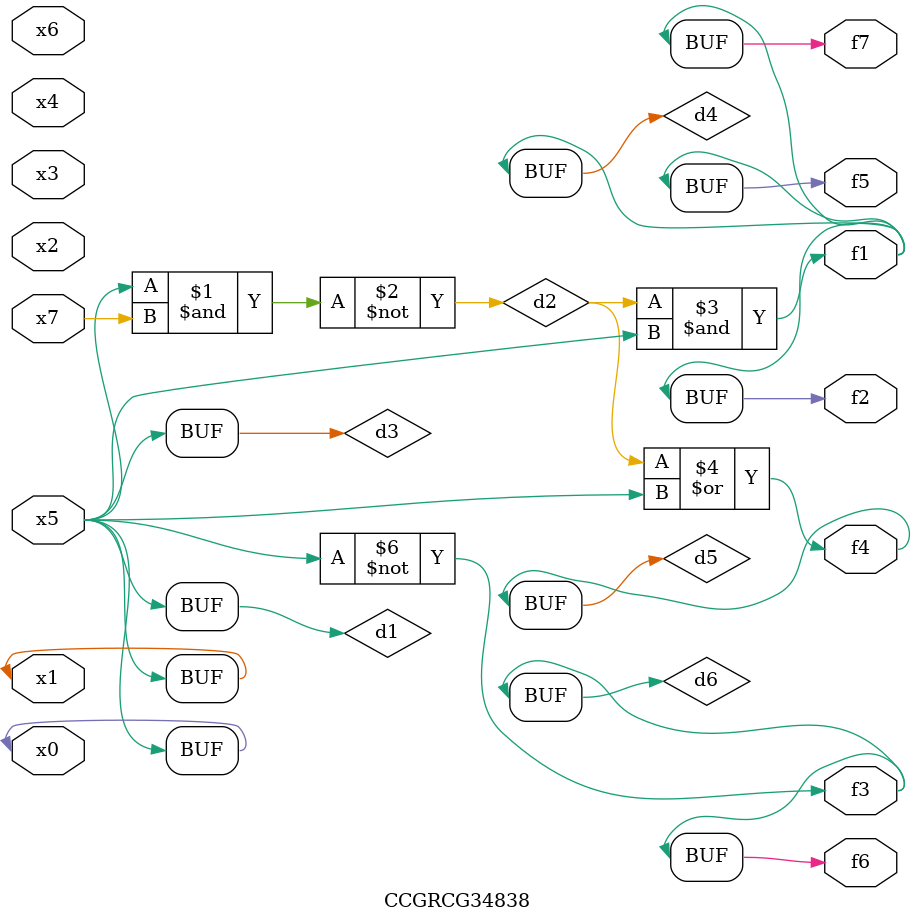
<source format=v>
module CCGRCG34838(
	input x0, x1, x2, x3, x4, x5, x6, x7,
	output f1, f2, f3, f4, f5, f6, f7
);

	wire d1, d2, d3, d4, d5, d6;

	buf (d1, x0, x5);
	nand (d2, x5, x7);
	buf (d3, x0, x1);
	and (d4, d2, d3);
	or (d5, d2, d3);
	nor (d6, d1, d3);
	assign f1 = d4;
	assign f2 = d4;
	assign f3 = d6;
	assign f4 = d5;
	assign f5 = d4;
	assign f6 = d6;
	assign f7 = d4;
endmodule

</source>
